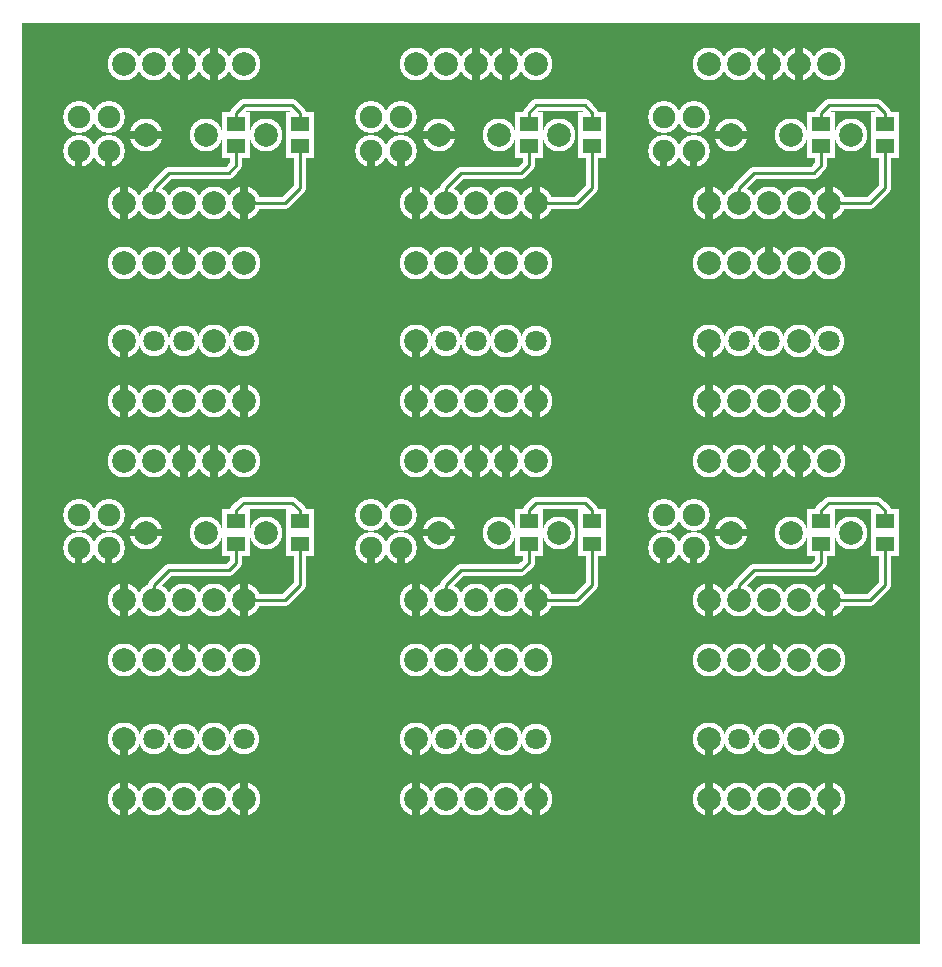
<source format=gbr>
%FSLAX34Y34*%
%MOMM*%
%LNCOPPER_TOP*%
G71*
G01*
%ADD10C, 2.800*%
%ADD11C, 2.600*%
%ADD12C, 2.700*%
%ADD13C, 2.800*%
%ADD14R, 2.400X2.100*%
%ADD15C, 1.050*%
%ADD16C, 0.633*%
%ADD17C, 0.667*%
%ADD18C, 2.000*%
%ADD19C, 1.800*%
%ADD20C, 1.900*%
%ADD21C, 2.000*%
%ADD22R, 1.600X1.300*%
%ADD23C, 0.250*%
%LPD*%
G36*
X0Y-125D02*
X760000Y-125D01*
X760000Y-780125D01*
X0Y-780125D01*
X0Y-125D01*
G37*
%LPC*%
X85725Y-34925D02*
G54D10*
D03*
X111125Y-34925D02*
G54D10*
D03*
X136525Y-34925D02*
G54D10*
D03*
X161925Y-34925D02*
G54D10*
D03*
X187325Y-34925D02*
G54D10*
D03*
X85725Y-152400D02*
G54D10*
D03*
X111125Y-152400D02*
G54D10*
D03*
X136525Y-152400D02*
G54D10*
D03*
X161925Y-152400D02*
G54D10*
D03*
X187325Y-152400D02*
G54D10*
D03*
X85725Y-203200D02*
G54D10*
D03*
X111125Y-203200D02*
G54D10*
D03*
X136525Y-203200D02*
G54D10*
D03*
X161925Y-203200D02*
G54D10*
D03*
X187325Y-203200D02*
G54D10*
D03*
X85725Y-320675D02*
G54D10*
D03*
X111125Y-320675D02*
G54D10*
D03*
X136525Y-320675D02*
G54D10*
D03*
X161925Y-320675D02*
G54D10*
D03*
X187325Y-320675D02*
G54D10*
D03*
X85725Y-269875D02*
G54D11*
D03*
X111125Y-269875D02*
G54D11*
D03*
X136525Y-269875D02*
G54D11*
D03*
X161925Y-269875D02*
G54D11*
D03*
X187325Y-269875D02*
G54D11*
D03*
X47620Y-80030D02*
G54D12*
D03*
X73020Y-80030D02*
G54D12*
D03*
X73019Y-108605D02*
G54D12*
D03*
X47620Y-108605D02*
G54D12*
D03*
X104775Y-95250D02*
G54D13*
D03*
X155575Y-95250D02*
G54D13*
D03*
X206375Y-95250D02*
G54D13*
D03*
X136525Y-34925D02*
G54D10*
D03*
X85725Y-269875D02*
G54D13*
D03*
X136525Y-203200D02*
G54D13*
D03*
X161925Y-269875D02*
G54D13*
D03*
X161925Y-34925D02*
G54D10*
D03*
X180950Y-85750D02*
G54D14*
D03*
X180950Y-104750D02*
G54D14*
D03*
X234925Y-85750D02*
G54D14*
D03*
X234925Y-104750D02*
G54D14*
D03*
G54D15*
X111125Y-152400D02*
X111125Y-139700D01*
X123825Y-127000D01*
X174625Y-127000D01*
X180975Y-120650D01*
X180975Y-104775D01*
X180950Y-104750D01*
G54D15*
X180950Y-85750D02*
X180950Y-76225D01*
X187325Y-69850D01*
X228600Y-69850D01*
X234950Y-76200D01*
X234950Y-85725D01*
X234925Y-85750D01*
X85725Y-320675D02*
G54D10*
D03*
X187325Y-320675D02*
G54D10*
D03*
X187325Y-152400D02*
G54D10*
D03*
X85725Y-152400D02*
G54D10*
D03*
G54D15*
X187325Y-152400D02*
X222250Y-152400D01*
X234950Y-139700D01*
X234950Y-104775D01*
X234925Y-104750D01*
X333375Y-34925D02*
G54D10*
D03*
X358775Y-34925D02*
G54D10*
D03*
X384175Y-34925D02*
G54D10*
D03*
X409575Y-34925D02*
G54D10*
D03*
X434975Y-34925D02*
G54D10*
D03*
X333375Y-152400D02*
G54D10*
D03*
X358775Y-152400D02*
G54D10*
D03*
X384175Y-152400D02*
G54D10*
D03*
X409575Y-152400D02*
G54D10*
D03*
X434975Y-152400D02*
G54D10*
D03*
X333375Y-203200D02*
G54D10*
D03*
X358775Y-203200D02*
G54D10*
D03*
X384175Y-203200D02*
G54D10*
D03*
X409575Y-203200D02*
G54D10*
D03*
X434975Y-203200D02*
G54D10*
D03*
X333375Y-320675D02*
G54D10*
D03*
X358775Y-320675D02*
G54D10*
D03*
X384175Y-320675D02*
G54D10*
D03*
X409575Y-320675D02*
G54D10*
D03*
X434975Y-320675D02*
G54D10*
D03*
X333375Y-269875D02*
G54D11*
D03*
X358775Y-269875D02*
G54D11*
D03*
X384175Y-269875D02*
G54D11*
D03*
X409575Y-269875D02*
G54D11*
D03*
X434975Y-269875D02*
G54D11*
D03*
X295270Y-80030D02*
G54D12*
D03*
X320670Y-80030D02*
G54D12*
D03*
X320669Y-108605D02*
G54D12*
D03*
X295270Y-108605D02*
G54D12*
D03*
X352425Y-95250D02*
G54D13*
D03*
X403225Y-95250D02*
G54D13*
D03*
X454025Y-95250D02*
G54D13*
D03*
X384175Y-34925D02*
G54D10*
D03*
X333375Y-269875D02*
G54D13*
D03*
X384175Y-203200D02*
G54D13*
D03*
X409575Y-269875D02*
G54D13*
D03*
X409575Y-34925D02*
G54D10*
D03*
X428600Y-85750D02*
G54D14*
D03*
X428600Y-104750D02*
G54D14*
D03*
X482575Y-85750D02*
G54D14*
D03*
X482575Y-104750D02*
G54D14*
D03*
G54D15*
X358775Y-152400D02*
X358775Y-139700D01*
X371475Y-127000D01*
X422275Y-127000D01*
X428625Y-120650D01*
X428625Y-104775D01*
X428600Y-104750D01*
G54D15*
X428600Y-85750D02*
X428600Y-76225D01*
X434975Y-69850D01*
X476250Y-69850D01*
X482600Y-76200D01*
X482600Y-85725D01*
X482575Y-85750D01*
X333375Y-320675D02*
G54D10*
D03*
X434975Y-320675D02*
G54D10*
D03*
X434975Y-152400D02*
G54D10*
D03*
X333375Y-152400D02*
G54D10*
D03*
G54D15*
X434975Y-152400D02*
X469900Y-152400D01*
X482600Y-139700D01*
X482600Y-104775D01*
X482575Y-104750D01*
X581025Y-34925D02*
G54D10*
D03*
X606425Y-34925D02*
G54D10*
D03*
X631825Y-34925D02*
G54D10*
D03*
X657225Y-34925D02*
G54D10*
D03*
X682625Y-34925D02*
G54D10*
D03*
X581025Y-152400D02*
G54D10*
D03*
X606425Y-152400D02*
G54D10*
D03*
X631825Y-152400D02*
G54D10*
D03*
X657225Y-152400D02*
G54D10*
D03*
X682625Y-152400D02*
G54D10*
D03*
X581025Y-203200D02*
G54D10*
D03*
X606425Y-203200D02*
G54D10*
D03*
X631825Y-203200D02*
G54D10*
D03*
X657225Y-203200D02*
G54D10*
D03*
X682625Y-203200D02*
G54D10*
D03*
X581025Y-320675D02*
G54D10*
D03*
X606425Y-320675D02*
G54D10*
D03*
X631825Y-320675D02*
G54D10*
D03*
X657225Y-320675D02*
G54D10*
D03*
X682625Y-320675D02*
G54D10*
D03*
X581025Y-269875D02*
G54D11*
D03*
X606425Y-269875D02*
G54D11*
D03*
X631825Y-269875D02*
G54D11*
D03*
X657225Y-269875D02*
G54D11*
D03*
X682625Y-269875D02*
G54D11*
D03*
X542920Y-80030D02*
G54D12*
D03*
X568320Y-80030D02*
G54D12*
D03*
X568319Y-108605D02*
G54D12*
D03*
X542920Y-108605D02*
G54D12*
D03*
X600075Y-95250D02*
G54D13*
D03*
X650875Y-95250D02*
G54D13*
D03*
X701675Y-95250D02*
G54D13*
D03*
X631825Y-34925D02*
G54D10*
D03*
X581025Y-269875D02*
G54D13*
D03*
X631825Y-203200D02*
G54D13*
D03*
X657225Y-269875D02*
G54D13*
D03*
X657225Y-34925D02*
G54D10*
D03*
X676250Y-85750D02*
G54D14*
D03*
X676250Y-104750D02*
G54D14*
D03*
X730225Y-85750D02*
G54D14*
D03*
X730225Y-104750D02*
G54D14*
D03*
G54D15*
X606425Y-152400D02*
X606425Y-139700D01*
X619125Y-127000D01*
X669925Y-127000D01*
X676275Y-120650D01*
X676275Y-104775D01*
X676250Y-104750D01*
G54D15*
X676250Y-85750D02*
X676250Y-76225D01*
X682625Y-69850D01*
X723900Y-69850D01*
X730250Y-76200D01*
X730250Y-85725D01*
X730225Y-85750D01*
X581025Y-320675D02*
G54D10*
D03*
X682625Y-320675D02*
G54D10*
D03*
X682625Y-152400D02*
G54D10*
D03*
X581025Y-152400D02*
G54D10*
D03*
G54D15*
X682625Y-152400D02*
X717550Y-152400D01*
X730250Y-139700D01*
X730250Y-104775D01*
X730225Y-104750D01*
X85725Y-371475D02*
G54D10*
D03*
X111125Y-371475D02*
G54D10*
D03*
X136525Y-371475D02*
G54D10*
D03*
X161925Y-371475D02*
G54D10*
D03*
X187325Y-371475D02*
G54D10*
D03*
X85725Y-488950D02*
G54D10*
D03*
X111125Y-488950D02*
G54D10*
D03*
X136525Y-488950D02*
G54D10*
D03*
X161925Y-488950D02*
G54D10*
D03*
X187325Y-488950D02*
G54D10*
D03*
X85725Y-539750D02*
G54D10*
D03*
X111125Y-539750D02*
G54D10*
D03*
X136525Y-539750D02*
G54D10*
D03*
X161925Y-539750D02*
G54D10*
D03*
X187325Y-539750D02*
G54D10*
D03*
X85725Y-657225D02*
G54D10*
D03*
X111125Y-657225D02*
G54D10*
D03*
X136525Y-657225D02*
G54D10*
D03*
X161925Y-657225D02*
G54D10*
D03*
X187325Y-657225D02*
G54D10*
D03*
X85725Y-606425D02*
G54D11*
D03*
X111125Y-606425D02*
G54D11*
D03*
X136525Y-606425D02*
G54D11*
D03*
X161925Y-606425D02*
G54D11*
D03*
X187325Y-606425D02*
G54D11*
D03*
X47620Y-416580D02*
G54D12*
D03*
X73020Y-416580D02*
G54D12*
D03*
X73019Y-445155D02*
G54D12*
D03*
X47620Y-445155D02*
G54D12*
D03*
X104775Y-431800D02*
G54D13*
D03*
X155575Y-431800D02*
G54D13*
D03*
X206375Y-431800D02*
G54D13*
D03*
X136525Y-371475D02*
G54D10*
D03*
X85725Y-606425D02*
G54D13*
D03*
X136525Y-539750D02*
G54D13*
D03*
X161925Y-606425D02*
G54D13*
D03*
X161925Y-371475D02*
G54D10*
D03*
X180950Y-422300D02*
G54D14*
D03*
X180950Y-441300D02*
G54D14*
D03*
X234925Y-422300D02*
G54D14*
D03*
X234925Y-441300D02*
G54D14*
D03*
G54D15*
X111125Y-488950D02*
X111125Y-476250D01*
X123825Y-463550D01*
X174625Y-463550D01*
X180975Y-457200D01*
X180975Y-441325D01*
X180950Y-441300D01*
G54D15*
X180950Y-422300D02*
X180950Y-412775D01*
X187325Y-406400D01*
X228600Y-406400D01*
X234950Y-412750D01*
X234950Y-422275D01*
X234925Y-422300D01*
X85725Y-657225D02*
G54D10*
D03*
X187325Y-657225D02*
G54D10*
D03*
X187325Y-488950D02*
G54D10*
D03*
X85725Y-488950D02*
G54D10*
D03*
G54D15*
X187325Y-488950D02*
X222250Y-488950D01*
X234950Y-476250D01*
X234950Y-441325D01*
X234925Y-441300D01*
X333375Y-371475D02*
G54D10*
D03*
X358775Y-371475D02*
G54D10*
D03*
X384175Y-371475D02*
G54D10*
D03*
X409575Y-371475D02*
G54D10*
D03*
X434975Y-371475D02*
G54D10*
D03*
X333375Y-488950D02*
G54D10*
D03*
X358775Y-488950D02*
G54D10*
D03*
X384175Y-488950D02*
G54D10*
D03*
X409575Y-488950D02*
G54D10*
D03*
X434975Y-488950D02*
G54D10*
D03*
X333375Y-539750D02*
G54D10*
D03*
X358775Y-539750D02*
G54D10*
D03*
X384175Y-539750D02*
G54D10*
D03*
X409575Y-539750D02*
G54D10*
D03*
X434975Y-539750D02*
G54D10*
D03*
X333375Y-657225D02*
G54D10*
D03*
X358775Y-657225D02*
G54D10*
D03*
X384175Y-657225D02*
G54D10*
D03*
X409575Y-657225D02*
G54D10*
D03*
X434975Y-657225D02*
G54D10*
D03*
X333375Y-606425D02*
G54D11*
D03*
X358775Y-606425D02*
G54D11*
D03*
X384175Y-606425D02*
G54D11*
D03*
X409575Y-606425D02*
G54D11*
D03*
X434975Y-606425D02*
G54D11*
D03*
X295270Y-416580D02*
G54D12*
D03*
X320670Y-416580D02*
G54D12*
D03*
X320669Y-445155D02*
G54D12*
D03*
X295270Y-445155D02*
G54D12*
D03*
X352425Y-431800D02*
G54D13*
D03*
X403225Y-431800D02*
G54D13*
D03*
X454025Y-431800D02*
G54D13*
D03*
X384175Y-371475D02*
G54D10*
D03*
X333375Y-606425D02*
G54D13*
D03*
X384175Y-539750D02*
G54D13*
D03*
X409575Y-606425D02*
G54D13*
D03*
X409575Y-371475D02*
G54D10*
D03*
X428600Y-422300D02*
G54D14*
D03*
X428600Y-441300D02*
G54D14*
D03*
X482575Y-422300D02*
G54D14*
D03*
X482575Y-441300D02*
G54D14*
D03*
G54D15*
X358775Y-488950D02*
X358775Y-476250D01*
X371475Y-463550D01*
X422275Y-463550D01*
X428625Y-457200D01*
X428625Y-441325D01*
X428600Y-441300D01*
G54D15*
X428600Y-422300D02*
X428600Y-412775D01*
X434975Y-406400D01*
X476250Y-406400D01*
X482600Y-412750D01*
X482600Y-422275D01*
X482575Y-422300D01*
X333375Y-657225D02*
G54D10*
D03*
X434975Y-657225D02*
G54D10*
D03*
X434975Y-488950D02*
G54D10*
D03*
X333375Y-488950D02*
G54D10*
D03*
G54D15*
X434975Y-488950D02*
X469900Y-488950D01*
X482600Y-476250D01*
X482600Y-441325D01*
X482575Y-441300D01*
X581025Y-371475D02*
G54D10*
D03*
X606425Y-371475D02*
G54D10*
D03*
X631825Y-371475D02*
G54D10*
D03*
X657225Y-371475D02*
G54D10*
D03*
X682625Y-371475D02*
G54D10*
D03*
X581025Y-488950D02*
G54D10*
D03*
X606425Y-488950D02*
G54D10*
D03*
X631825Y-488950D02*
G54D10*
D03*
X657225Y-488950D02*
G54D10*
D03*
X682625Y-488950D02*
G54D10*
D03*
X581025Y-539750D02*
G54D10*
D03*
X606425Y-539750D02*
G54D10*
D03*
X631825Y-539750D02*
G54D10*
D03*
X657225Y-539750D02*
G54D10*
D03*
X682625Y-539750D02*
G54D10*
D03*
X581025Y-657225D02*
G54D10*
D03*
X606425Y-657225D02*
G54D10*
D03*
X631825Y-657225D02*
G54D10*
D03*
X657225Y-657225D02*
G54D10*
D03*
X682625Y-657225D02*
G54D10*
D03*
X581025Y-606425D02*
G54D11*
D03*
X606425Y-606425D02*
G54D11*
D03*
X631825Y-606425D02*
G54D11*
D03*
X657225Y-606425D02*
G54D11*
D03*
X682625Y-606425D02*
G54D11*
D03*
X542920Y-416580D02*
G54D12*
D03*
X568320Y-416580D02*
G54D12*
D03*
X568319Y-445155D02*
G54D12*
D03*
X542920Y-445155D02*
G54D12*
D03*
X600075Y-431800D02*
G54D13*
D03*
X650875Y-431800D02*
G54D13*
D03*
X701675Y-431800D02*
G54D13*
D03*
X631825Y-371475D02*
G54D10*
D03*
X581025Y-606425D02*
G54D13*
D03*
X631825Y-539750D02*
G54D13*
D03*
X657225Y-606425D02*
G54D13*
D03*
X657225Y-371475D02*
G54D10*
D03*
X676250Y-422300D02*
G54D14*
D03*
X676250Y-441300D02*
G54D14*
D03*
X730225Y-422300D02*
G54D14*
D03*
X730225Y-441300D02*
G54D14*
D03*
G54D15*
X606425Y-488950D02*
X606425Y-476250D01*
X619125Y-463550D01*
X669925Y-463550D01*
X676275Y-457200D01*
X676275Y-441325D01*
X676250Y-441300D01*
G54D15*
X676250Y-422300D02*
X676250Y-412775D01*
X682625Y-406400D01*
X723900Y-406400D01*
X730250Y-412750D01*
X730250Y-422275D01*
X730225Y-422300D01*
X581025Y-657225D02*
G54D10*
D03*
X682625Y-657225D02*
G54D10*
D03*
X682625Y-488950D02*
G54D10*
D03*
X581025Y-488950D02*
G54D10*
D03*
G54D15*
X682625Y-488950D02*
X717550Y-488950D01*
X730250Y-476250D01*
X730250Y-441325D01*
X730225Y-441300D01*
%LPD*%
G54D16*
G36*
X76186Y-108605D02*
X76186Y-122605D01*
X69852Y-122605D01*
X69852Y-108605D01*
X76186Y-108605D01*
G37*
G54D16*
G36*
X50787Y-108605D02*
X50787Y-122605D01*
X44453Y-122605D01*
X44453Y-108605D01*
X50787Y-108605D01*
G37*
G54D17*
G36*
X104775Y-91917D02*
X119275Y-91917D01*
X119275Y-98583D01*
X104775Y-98583D01*
X104775Y-91917D01*
G37*
G36*
X104775Y-98583D02*
X90275Y-98583D01*
X90275Y-91917D01*
X104775Y-91917D01*
X104775Y-98583D01*
G37*
G54D17*
G36*
X133192Y-34925D02*
X133192Y-20425D01*
X139858Y-20425D01*
X139858Y-34925D01*
X133192Y-34925D01*
G37*
G36*
X139858Y-34925D02*
X139858Y-49425D01*
X133192Y-49425D01*
X133192Y-34925D01*
X139858Y-34925D01*
G37*
G54D17*
G36*
X89058Y-269875D02*
X89058Y-284375D01*
X82392Y-284375D01*
X82392Y-269875D01*
X89058Y-269875D01*
G37*
G54D17*
G36*
X133192Y-203200D02*
X133192Y-188700D01*
X139858Y-188700D01*
X139858Y-203200D01*
X133192Y-203200D01*
G37*
G54D17*
G36*
X158592Y-34925D02*
X158592Y-20425D01*
X165258Y-20425D01*
X165258Y-34925D01*
X158592Y-34925D01*
G37*
G36*
X165258Y-34925D02*
X165258Y-49425D01*
X158592Y-49425D01*
X158592Y-34925D01*
X165258Y-34925D01*
G37*
G54D17*
G36*
X82392Y-320675D02*
X82392Y-306175D01*
X89058Y-306175D01*
X89058Y-320675D01*
X82392Y-320675D01*
G37*
G36*
X89058Y-320675D02*
X89058Y-335175D01*
X82392Y-335175D01*
X82392Y-320675D01*
X89058Y-320675D01*
G37*
G54D17*
G36*
X183992Y-320675D02*
X183992Y-306175D01*
X190658Y-306175D01*
X190658Y-320675D01*
X183992Y-320675D01*
G37*
G36*
X190658Y-320675D02*
X190658Y-335175D01*
X183992Y-335175D01*
X183992Y-320675D01*
X190658Y-320675D01*
G37*
G54D17*
G36*
X183992Y-152400D02*
X183992Y-137900D01*
X190658Y-137900D01*
X190658Y-152400D01*
X183992Y-152400D01*
G37*
G36*
X190658Y-152400D02*
X190658Y-166900D01*
X183992Y-166900D01*
X183992Y-152400D01*
X190658Y-152400D01*
G37*
G54D17*
G36*
X82392Y-152400D02*
X82392Y-137900D01*
X89058Y-137900D01*
X89058Y-152400D01*
X82392Y-152400D01*
G37*
G36*
X89058Y-152400D02*
X89058Y-166900D01*
X82392Y-166900D01*
X82392Y-152400D01*
X89058Y-152400D01*
G37*
G54D16*
G36*
X323836Y-108605D02*
X323836Y-122605D01*
X317502Y-122605D01*
X317502Y-108605D01*
X323836Y-108605D01*
G37*
G54D16*
G36*
X298437Y-108605D02*
X298437Y-122605D01*
X292103Y-122605D01*
X292103Y-108605D01*
X298437Y-108605D01*
G37*
G54D17*
G36*
X352425Y-91917D02*
X366925Y-91917D01*
X366925Y-98583D01*
X352425Y-98583D01*
X352425Y-91917D01*
G37*
G36*
X352425Y-98583D02*
X337925Y-98583D01*
X337925Y-91917D01*
X352425Y-91917D01*
X352425Y-98583D01*
G37*
G54D17*
G36*
X380842Y-34925D02*
X380842Y-20425D01*
X387508Y-20425D01*
X387508Y-34925D01*
X380842Y-34925D01*
G37*
G36*
X387508Y-34925D02*
X387508Y-49425D01*
X380842Y-49425D01*
X380842Y-34925D01*
X387508Y-34925D01*
G37*
G54D17*
G36*
X336708Y-269875D02*
X336708Y-284375D01*
X330042Y-284375D01*
X330042Y-269875D01*
X336708Y-269875D01*
G37*
G54D17*
G36*
X380842Y-203200D02*
X380842Y-188700D01*
X387508Y-188700D01*
X387508Y-203200D01*
X380842Y-203200D01*
G37*
G54D17*
G36*
X406242Y-34925D02*
X406242Y-20425D01*
X412908Y-20425D01*
X412908Y-34925D01*
X406242Y-34925D01*
G37*
G36*
X412908Y-34925D02*
X412908Y-49425D01*
X406242Y-49425D01*
X406242Y-34925D01*
X412908Y-34925D01*
G37*
G54D17*
G36*
X330042Y-320675D02*
X330042Y-306175D01*
X336708Y-306175D01*
X336708Y-320675D01*
X330042Y-320675D01*
G37*
G36*
X336708Y-320675D02*
X336708Y-335175D01*
X330042Y-335175D01*
X330042Y-320675D01*
X336708Y-320675D01*
G37*
G54D17*
G36*
X431642Y-320675D02*
X431642Y-306175D01*
X438308Y-306175D01*
X438308Y-320675D01*
X431642Y-320675D01*
G37*
G36*
X438308Y-320675D02*
X438308Y-335175D01*
X431642Y-335175D01*
X431642Y-320675D01*
X438308Y-320675D01*
G37*
G54D17*
G36*
X431642Y-152400D02*
X431642Y-137900D01*
X438308Y-137900D01*
X438308Y-152400D01*
X431642Y-152400D01*
G37*
G36*
X438308Y-152400D02*
X438308Y-166900D01*
X431642Y-166900D01*
X431642Y-152400D01*
X438308Y-152400D01*
G37*
G54D17*
G36*
X330042Y-152400D02*
X330042Y-137900D01*
X336708Y-137900D01*
X336708Y-152400D01*
X330042Y-152400D01*
G37*
G36*
X336708Y-152400D02*
X336708Y-166900D01*
X330042Y-166900D01*
X330042Y-152400D01*
X336708Y-152400D01*
G37*
G54D16*
G36*
X571486Y-108605D02*
X571486Y-122605D01*
X565152Y-122605D01*
X565152Y-108605D01*
X571486Y-108605D01*
G37*
G54D16*
G36*
X546087Y-108605D02*
X546087Y-122605D01*
X539753Y-122605D01*
X539753Y-108605D01*
X546087Y-108605D01*
G37*
G54D17*
G36*
X600075Y-91917D02*
X614575Y-91917D01*
X614575Y-98583D01*
X600075Y-98583D01*
X600075Y-91917D01*
G37*
G36*
X600075Y-98583D02*
X585575Y-98583D01*
X585575Y-91917D01*
X600075Y-91917D01*
X600075Y-98583D01*
G37*
G54D17*
G36*
X628492Y-34925D02*
X628492Y-20425D01*
X635158Y-20425D01*
X635158Y-34925D01*
X628492Y-34925D01*
G37*
G36*
X635158Y-34925D02*
X635158Y-49425D01*
X628492Y-49425D01*
X628492Y-34925D01*
X635158Y-34925D01*
G37*
G54D17*
G36*
X584358Y-269875D02*
X584358Y-284375D01*
X577692Y-284375D01*
X577692Y-269875D01*
X584358Y-269875D01*
G37*
G54D17*
G36*
X628492Y-203200D02*
X628492Y-188700D01*
X635158Y-188700D01*
X635158Y-203200D01*
X628492Y-203200D01*
G37*
G54D17*
G36*
X653892Y-34925D02*
X653892Y-20425D01*
X660558Y-20425D01*
X660558Y-34925D01*
X653892Y-34925D01*
G37*
G36*
X660558Y-34925D02*
X660558Y-49425D01*
X653892Y-49425D01*
X653892Y-34925D01*
X660558Y-34925D01*
G37*
G54D17*
G36*
X577692Y-320675D02*
X577692Y-306175D01*
X584358Y-306175D01*
X584358Y-320675D01*
X577692Y-320675D01*
G37*
G36*
X584358Y-320675D02*
X584358Y-335175D01*
X577692Y-335175D01*
X577692Y-320675D01*
X584358Y-320675D01*
G37*
G54D17*
G36*
X679292Y-320675D02*
X679292Y-306175D01*
X685958Y-306175D01*
X685958Y-320675D01*
X679292Y-320675D01*
G37*
G36*
X685958Y-320675D02*
X685958Y-335175D01*
X679292Y-335175D01*
X679292Y-320675D01*
X685958Y-320675D01*
G37*
G54D17*
G36*
X679292Y-152400D02*
X679292Y-137900D01*
X685958Y-137900D01*
X685958Y-152400D01*
X679292Y-152400D01*
G37*
G36*
X685958Y-152400D02*
X685958Y-166900D01*
X679292Y-166900D01*
X679292Y-152400D01*
X685958Y-152400D01*
G37*
G54D17*
G36*
X577692Y-152400D02*
X577692Y-137900D01*
X584358Y-137900D01*
X584358Y-152400D01*
X577692Y-152400D01*
G37*
G36*
X584358Y-152400D02*
X584358Y-166900D01*
X577692Y-166900D01*
X577692Y-152400D01*
X584358Y-152400D01*
G37*
G54D16*
G36*
X76186Y-445155D02*
X76186Y-459155D01*
X69852Y-459155D01*
X69852Y-445155D01*
X76186Y-445155D01*
G37*
G54D16*
G36*
X50787Y-445155D02*
X50787Y-459155D01*
X44453Y-459155D01*
X44453Y-445155D01*
X50787Y-445155D01*
G37*
G54D17*
G36*
X104775Y-428467D02*
X119275Y-428467D01*
X119275Y-435133D01*
X104775Y-435133D01*
X104775Y-428467D01*
G37*
G36*
X104775Y-435133D02*
X90275Y-435133D01*
X90275Y-428467D01*
X104775Y-428467D01*
X104775Y-435133D01*
G37*
G54D17*
G36*
X133192Y-371475D02*
X133192Y-356975D01*
X139858Y-356975D01*
X139858Y-371475D01*
X133192Y-371475D01*
G37*
G36*
X139858Y-371475D02*
X139858Y-385975D01*
X133192Y-385975D01*
X133192Y-371475D01*
X139858Y-371475D01*
G37*
G54D17*
G36*
X89058Y-606425D02*
X89058Y-620925D01*
X82392Y-620925D01*
X82392Y-606425D01*
X89058Y-606425D01*
G37*
G54D17*
G36*
X133192Y-539750D02*
X133192Y-525250D01*
X139858Y-525250D01*
X139858Y-539750D01*
X133192Y-539750D01*
G37*
G54D17*
G36*
X158592Y-371475D02*
X158592Y-356975D01*
X165258Y-356975D01*
X165258Y-371475D01*
X158592Y-371475D01*
G37*
G36*
X165258Y-371475D02*
X165258Y-385975D01*
X158592Y-385975D01*
X158592Y-371475D01*
X165258Y-371475D01*
G37*
G54D17*
G36*
X82392Y-657225D02*
X82392Y-642725D01*
X89058Y-642725D01*
X89058Y-657225D01*
X82392Y-657225D01*
G37*
G36*
X89058Y-657225D02*
X89058Y-671725D01*
X82392Y-671725D01*
X82392Y-657225D01*
X89058Y-657225D01*
G37*
G54D17*
G36*
X183992Y-657225D02*
X183992Y-642725D01*
X190658Y-642725D01*
X190658Y-657225D01*
X183992Y-657225D01*
G37*
G36*
X190658Y-657225D02*
X190658Y-671725D01*
X183992Y-671725D01*
X183992Y-657225D01*
X190658Y-657225D01*
G37*
G54D17*
G36*
X183992Y-488950D02*
X183992Y-474450D01*
X190658Y-474450D01*
X190658Y-488950D01*
X183992Y-488950D01*
G37*
G36*
X190658Y-488950D02*
X190658Y-503450D01*
X183992Y-503450D01*
X183992Y-488950D01*
X190658Y-488950D01*
G37*
G54D17*
G36*
X82392Y-488950D02*
X82392Y-474450D01*
X89058Y-474450D01*
X89058Y-488950D01*
X82392Y-488950D01*
G37*
G36*
X89058Y-488950D02*
X89058Y-503450D01*
X82392Y-503450D01*
X82392Y-488950D01*
X89058Y-488950D01*
G37*
G54D16*
G36*
X323836Y-445155D02*
X323836Y-459155D01*
X317502Y-459155D01*
X317502Y-445155D01*
X323836Y-445155D01*
G37*
G54D16*
G36*
X298437Y-445155D02*
X298437Y-459155D01*
X292103Y-459155D01*
X292103Y-445155D01*
X298437Y-445155D01*
G37*
G54D17*
G36*
X352425Y-428467D02*
X366925Y-428467D01*
X366925Y-435133D01*
X352425Y-435133D01*
X352425Y-428467D01*
G37*
G36*
X352425Y-435133D02*
X337925Y-435133D01*
X337925Y-428467D01*
X352425Y-428467D01*
X352425Y-435133D01*
G37*
G54D17*
G36*
X380842Y-371475D02*
X380842Y-356975D01*
X387508Y-356975D01*
X387508Y-371475D01*
X380842Y-371475D01*
G37*
G36*
X387508Y-371475D02*
X387508Y-385975D01*
X380842Y-385975D01*
X380842Y-371475D01*
X387508Y-371475D01*
G37*
G54D17*
G36*
X336708Y-606425D02*
X336708Y-620925D01*
X330042Y-620925D01*
X330042Y-606425D01*
X336708Y-606425D01*
G37*
G54D17*
G36*
X380842Y-539750D02*
X380842Y-525250D01*
X387508Y-525250D01*
X387508Y-539750D01*
X380842Y-539750D01*
G37*
G54D17*
G36*
X406242Y-371475D02*
X406242Y-356975D01*
X412908Y-356975D01*
X412908Y-371475D01*
X406242Y-371475D01*
G37*
G36*
X412908Y-371475D02*
X412908Y-385975D01*
X406242Y-385975D01*
X406242Y-371475D01*
X412908Y-371475D01*
G37*
G54D17*
G36*
X330042Y-657225D02*
X330042Y-642725D01*
X336708Y-642725D01*
X336708Y-657225D01*
X330042Y-657225D01*
G37*
G36*
X336708Y-657225D02*
X336708Y-671725D01*
X330042Y-671725D01*
X330042Y-657225D01*
X336708Y-657225D01*
G37*
G54D17*
G36*
X431642Y-657225D02*
X431642Y-642725D01*
X438308Y-642725D01*
X438308Y-657225D01*
X431642Y-657225D01*
G37*
G36*
X438308Y-657225D02*
X438308Y-671725D01*
X431642Y-671725D01*
X431642Y-657225D01*
X438308Y-657225D01*
G37*
G54D17*
G36*
X431642Y-488950D02*
X431642Y-474450D01*
X438308Y-474450D01*
X438308Y-488950D01*
X431642Y-488950D01*
G37*
G36*
X438308Y-488950D02*
X438308Y-503450D01*
X431642Y-503450D01*
X431642Y-488950D01*
X438308Y-488950D01*
G37*
G54D17*
G36*
X330042Y-488950D02*
X330042Y-474450D01*
X336708Y-474450D01*
X336708Y-488950D01*
X330042Y-488950D01*
G37*
G36*
X336708Y-488950D02*
X336708Y-503450D01*
X330042Y-503450D01*
X330042Y-488950D01*
X336708Y-488950D01*
G37*
G54D16*
G36*
X571486Y-445155D02*
X571486Y-459155D01*
X565152Y-459155D01*
X565152Y-445155D01*
X571486Y-445155D01*
G37*
G54D16*
G36*
X546087Y-445155D02*
X546087Y-459155D01*
X539753Y-459155D01*
X539753Y-445155D01*
X546087Y-445155D01*
G37*
G54D17*
G36*
X600075Y-428467D02*
X614575Y-428467D01*
X614575Y-435133D01*
X600075Y-435133D01*
X600075Y-428467D01*
G37*
G36*
X600075Y-435133D02*
X585575Y-435133D01*
X585575Y-428467D01*
X600075Y-428467D01*
X600075Y-435133D01*
G37*
G54D17*
G36*
X628492Y-371475D02*
X628492Y-356975D01*
X635158Y-356975D01*
X635158Y-371475D01*
X628492Y-371475D01*
G37*
G36*
X635158Y-371475D02*
X635158Y-385975D01*
X628492Y-385975D01*
X628492Y-371475D01*
X635158Y-371475D01*
G37*
G54D17*
G36*
X584358Y-606425D02*
X584358Y-620925D01*
X577692Y-620925D01*
X577692Y-606425D01*
X584358Y-606425D01*
G37*
G54D17*
G36*
X628492Y-539750D02*
X628492Y-525250D01*
X635158Y-525250D01*
X635158Y-539750D01*
X628492Y-539750D01*
G37*
G54D17*
G36*
X653892Y-371475D02*
X653892Y-356975D01*
X660558Y-356975D01*
X660558Y-371475D01*
X653892Y-371475D01*
G37*
G36*
X660558Y-371475D02*
X660558Y-385975D01*
X653892Y-385975D01*
X653892Y-371475D01*
X660558Y-371475D01*
G37*
G54D17*
G36*
X577692Y-657225D02*
X577692Y-642725D01*
X584358Y-642725D01*
X584358Y-657225D01*
X577692Y-657225D01*
G37*
G36*
X584358Y-657225D02*
X584358Y-671725D01*
X577692Y-671725D01*
X577692Y-657225D01*
X584358Y-657225D01*
G37*
G54D17*
G36*
X679292Y-657225D02*
X679292Y-642725D01*
X685958Y-642725D01*
X685958Y-657225D01*
X679292Y-657225D01*
G37*
G36*
X685958Y-657225D02*
X685958Y-671725D01*
X679292Y-671725D01*
X679292Y-657225D01*
X685958Y-657225D01*
G37*
G54D17*
G36*
X679292Y-488950D02*
X679292Y-474450D01*
X685958Y-474450D01*
X685958Y-488950D01*
X679292Y-488950D01*
G37*
G36*
X685958Y-488950D02*
X685958Y-503450D01*
X679292Y-503450D01*
X679292Y-488950D01*
X685958Y-488950D01*
G37*
G54D17*
G36*
X577692Y-488950D02*
X577692Y-474450D01*
X584358Y-474450D01*
X584358Y-488950D01*
X577692Y-488950D01*
G37*
G36*
X584358Y-488950D02*
X584358Y-503450D01*
X577692Y-503450D01*
X577692Y-488950D01*
X584358Y-488950D01*
G37*
X85725Y-34925D02*
G54D18*
D03*
X111125Y-34925D02*
G54D18*
D03*
X136525Y-34925D02*
G54D18*
D03*
X161925Y-34925D02*
G54D18*
D03*
X187325Y-34925D02*
G54D18*
D03*
X85725Y-152400D02*
G54D18*
D03*
X111125Y-152400D02*
G54D18*
D03*
X136525Y-152400D02*
G54D18*
D03*
X161925Y-152400D02*
G54D18*
D03*
X187325Y-152400D02*
G54D18*
D03*
X85725Y-203200D02*
G54D18*
D03*
X111125Y-203200D02*
G54D18*
D03*
X136525Y-203200D02*
G54D18*
D03*
X161925Y-203200D02*
G54D18*
D03*
X187325Y-203200D02*
G54D18*
D03*
X85725Y-320675D02*
G54D18*
D03*
X111125Y-320675D02*
G54D18*
D03*
X136525Y-320675D02*
G54D18*
D03*
X161925Y-320675D02*
G54D18*
D03*
X187325Y-320675D02*
G54D18*
D03*
X85725Y-269875D02*
G54D19*
D03*
X111125Y-269875D02*
G54D19*
D03*
X136525Y-269875D02*
G54D19*
D03*
X161925Y-269875D02*
G54D19*
D03*
X187325Y-269875D02*
G54D19*
D03*
X47620Y-80030D02*
G54D20*
D03*
X73020Y-80030D02*
G54D20*
D03*
X73019Y-108605D02*
G54D20*
D03*
X47620Y-108605D02*
G54D20*
D03*
X104775Y-95250D02*
G54D21*
D03*
X155575Y-95250D02*
G54D21*
D03*
X206375Y-95250D02*
G54D21*
D03*
X136525Y-34925D02*
G54D18*
D03*
X85725Y-269875D02*
G54D21*
D03*
X136525Y-203200D02*
G54D21*
D03*
X161925Y-269875D02*
G54D21*
D03*
X161925Y-34925D02*
G54D18*
D03*
X180950Y-85750D02*
G54D22*
D03*
X180950Y-104750D02*
G54D22*
D03*
X234925Y-85750D02*
G54D22*
D03*
X234925Y-104750D02*
G54D22*
D03*
G54D23*
X111125Y-152400D02*
X111125Y-139700D01*
X123825Y-127000D01*
X174625Y-127000D01*
X180975Y-120650D01*
X180975Y-104775D01*
X180950Y-104750D01*
G54D23*
X180950Y-85750D02*
X180950Y-76225D01*
X187325Y-69850D01*
X228600Y-69850D01*
X234950Y-76200D01*
X234950Y-85725D01*
X234925Y-85750D01*
X85725Y-320675D02*
G54D18*
D03*
X187325Y-320675D02*
G54D18*
D03*
X187325Y-152400D02*
G54D18*
D03*
X85725Y-152400D02*
G54D18*
D03*
G54D23*
X187325Y-152400D02*
X222250Y-152400D01*
X234950Y-139700D01*
X234950Y-104775D01*
X234925Y-104750D01*
X333375Y-34925D02*
G54D18*
D03*
X358775Y-34925D02*
G54D18*
D03*
X384175Y-34925D02*
G54D18*
D03*
X409575Y-34925D02*
G54D18*
D03*
X434975Y-34925D02*
G54D18*
D03*
X333375Y-152400D02*
G54D18*
D03*
X358775Y-152400D02*
G54D18*
D03*
X384175Y-152400D02*
G54D18*
D03*
X409575Y-152400D02*
G54D18*
D03*
X434975Y-152400D02*
G54D18*
D03*
X333375Y-203200D02*
G54D18*
D03*
X358775Y-203200D02*
G54D18*
D03*
X384175Y-203200D02*
G54D18*
D03*
X409575Y-203200D02*
G54D18*
D03*
X434975Y-203200D02*
G54D18*
D03*
X333375Y-320675D02*
G54D18*
D03*
X358775Y-320675D02*
G54D18*
D03*
X384175Y-320675D02*
G54D18*
D03*
X409575Y-320675D02*
G54D18*
D03*
X434975Y-320675D02*
G54D18*
D03*
X333375Y-269875D02*
G54D19*
D03*
X358775Y-269875D02*
G54D19*
D03*
X384175Y-269875D02*
G54D19*
D03*
X409575Y-269875D02*
G54D19*
D03*
X434975Y-269875D02*
G54D19*
D03*
X295270Y-80030D02*
G54D20*
D03*
X320670Y-80030D02*
G54D20*
D03*
X320669Y-108605D02*
G54D20*
D03*
X295270Y-108605D02*
G54D20*
D03*
X352425Y-95250D02*
G54D21*
D03*
X403225Y-95250D02*
G54D21*
D03*
X454025Y-95250D02*
G54D21*
D03*
X384175Y-34925D02*
G54D18*
D03*
X333375Y-269875D02*
G54D21*
D03*
X384175Y-203200D02*
G54D21*
D03*
X409575Y-269875D02*
G54D21*
D03*
X409575Y-34925D02*
G54D18*
D03*
X428600Y-85750D02*
G54D22*
D03*
X428600Y-104750D02*
G54D22*
D03*
X482575Y-85750D02*
G54D22*
D03*
X482575Y-104750D02*
G54D22*
D03*
G54D23*
X358775Y-152400D02*
X358775Y-139700D01*
X371475Y-127000D01*
X422275Y-127000D01*
X428625Y-120650D01*
X428625Y-104775D01*
X428600Y-104750D01*
G54D23*
X428600Y-85750D02*
X428600Y-76225D01*
X434975Y-69850D01*
X476250Y-69850D01*
X482600Y-76200D01*
X482600Y-85725D01*
X482575Y-85750D01*
X333375Y-320675D02*
G54D18*
D03*
X434975Y-320675D02*
G54D18*
D03*
X434975Y-152400D02*
G54D18*
D03*
X333375Y-152400D02*
G54D18*
D03*
G54D23*
X434975Y-152400D02*
X469900Y-152400D01*
X482600Y-139700D01*
X482600Y-104775D01*
X482575Y-104750D01*
X581025Y-34925D02*
G54D18*
D03*
X606425Y-34925D02*
G54D18*
D03*
X631825Y-34925D02*
G54D18*
D03*
X657225Y-34925D02*
G54D18*
D03*
X682625Y-34925D02*
G54D18*
D03*
X581025Y-152400D02*
G54D18*
D03*
X606425Y-152400D02*
G54D18*
D03*
X631825Y-152400D02*
G54D18*
D03*
X657225Y-152400D02*
G54D18*
D03*
X682625Y-152400D02*
G54D18*
D03*
X581025Y-203200D02*
G54D18*
D03*
X606425Y-203200D02*
G54D18*
D03*
X631825Y-203200D02*
G54D18*
D03*
X657225Y-203200D02*
G54D18*
D03*
X682625Y-203200D02*
G54D18*
D03*
X581025Y-320675D02*
G54D18*
D03*
X606425Y-320675D02*
G54D18*
D03*
X631825Y-320675D02*
G54D18*
D03*
X657225Y-320675D02*
G54D18*
D03*
X682625Y-320675D02*
G54D18*
D03*
X581025Y-269875D02*
G54D19*
D03*
X606425Y-269875D02*
G54D19*
D03*
X631825Y-269875D02*
G54D19*
D03*
X657225Y-269875D02*
G54D19*
D03*
X682625Y-269875D02*
G54D19*
D03*
X542920Y-80030D02*
G54D20*
D03*
X568320Y-80030D02*
G54D20*
D03*
X568319Y-108605D02*
G54D20*
D03*
X542920Y-108605D02*
G54D20*
D03*
X600075Y-95250D02*
G54D21*
D03*
X650875Y-95250D02*
G54D21*
D03*
X701675Y-95250D02*
G54D21*
D03*
X631825Y-34925D02*
G54D18*
D03*
X581025Y-269875D02*
G54D21*
D03*
X631825Y-203200D02*
G54D21*
D03*
X657225Y-269875D02*
G54D21*
D03*
X657225Y-34925D02*
G54D18*
D03*
X676250Y-85750D02*
G54D22*
D03*
X676250Y-104750D02*
G54D22*
D03*
X730225Y-85750D02*
G54D22*
D03*
X730225Y-104750D02*
G54D22*
D03*
G54D23*
X606425Y-152400D02*
X606425Y-139700D01*
X619125Y-127000D01*
X669925Y-127000D01*
X676275Y-120650D01*
X676275Y-104775D01*
X676250Y-104750D01*
G54D23*
X676250Y-85750D02*
X676250Y-76225D01*
X682625Y-69850D01*
X723900Y-69850D01*
X730250Y-76200D01*
X730250Y-85725D01*
X730225Y-85750D01*
X581025Y-320675D02*
G54D18*
D03*
X682625Y-320675D02*
G54D18*
D03*
X682625Y-152400D02*
G54D18*
D03*
X581025Y-152400D02*
G54D18*
D03*
G54D23*
X682625Y-152400D02*
X717550Y-152400D01*
X730250Y-139700D01*
X730250Y-104775D01*
X730225Y-104750D01*
X85725Y-371475D02*
G54D18*
D03*
X111125Y-371475D02*
G54D18*
D03*
X136525Y-371475D02*
G54D18*
D03*
X161925Y-371475D02*
G54D18*
D03*
X187325Y-371475D02*
G54D18*
D03*
X85725Y-488950D02*
G54D18*
D03*
X111125Y-488950D02*
G54D18*
D03*
X136525Y-488950D02*
G54D18*
D03*
X161925Y-488950D02*
G54D18*
D03*
X187325Y-488950D02*
G54D18*
D03*
X85725Y-539750D02*
G54D18*
D03*
X111125Y-539750D02*
G54D18*
D03*
X136525Y-539750D02*
G54D18*
D03*
X161925Y-539750D02*
G54D18*
D03*
X187325Y-539750D02*
G54D18*
D03*
X85725Y-657225D02*
G54D18*
D03*
X111125Y-657225D02*
G54D18*
D03*
X136525Y-657225D02*
G54D18*
D03*
X161925Y-657225D02*
G54D18*
D03*
X187325Y-657225D02*
G54D18*
D03*
X85725Y-606425D02*
G54D19*
D03*
X111125Y-606425D02*
G54D19*
D03*
X136525Y-606425D02*
G54D19*
D03*
X161925Y-606425D02*
G54D19*
D03*
X187325Y-606425D02*
G54D19*
D03*
X47620Y-416580D02*
G54D20*
D03*
X73020Y-416580D02*
G54D20*
D03*
X73019Y-445155D02*
G54D20*
D03*
X47620Y-445155D02*
G54D20*
D03*
X104775Y-431800D02*
G54D21*
D03*
X155575Y-431800D02*
G54D21*
D03*
X206375Y-431800D02*
G54D21*
D03*
X136525Y-371475D02*
G54D18*
D03*
X85725Y-606425D02*
G54D21*
D03*
X136525Y-539750D02*
G54D21*
D03*
X161925Y-606425D02*
G54D21*
D03*
X161925Y-371475D02*
G54D18*
D03*
X180950Y-422300D02*
G54D22*
D03*
X180950Y-441300D02*
G54D22*
D03*
X234925Y-422300D02*
G54D22*
D03*
X234925Y-441300D02*
G54D22*
D03*
G54D23*
X111125Y-488950D02*
X111125Y-476250D01*
X123825Y-463550D01*
X174625Y-463550D01*
X180975Y-457200D01*
X180975Y-441325D01*
X180950Y-441300D01*
G54D23*
X180950Y-422300D02*
X180950Y-412775D01*
X187325Y-406400D01*
X228600Y-406400D01*
X234950Y-412750D01*
X234950Y-422275D01*
X234925Y-422300D01*
X85725Y-657225D02*
G54D18*
D03*
X187325Y-657225D02*
G54D18*
D03*
X187325Y-488950D02*
G54D18*
D03*
X85725Y-488950D02*
G54D18*
D03*
G54D23*
X187325Y-488950D02*
X222250Y-488950D01*
X234950Y-476250D01*
X234950Y-441325D01*
X234925Y-441300D01*
X333375Y-371475D02*
G54D18*
D03*
X358775Y-371475D02*
G54D18*
D03*
X384175Y-371475D02*
G54D18*
D03*
X409575Y-371475D02*
G54D18*
D03*
X434975Y-371475D02*
G54D18*
D03*
X333375Y-488950D02*
G54D18*
D03*
X358775Y-488950D02*
G54D18*
D03*
X384175Y-488950D02*
G54D18*
D03*
X409575Y-488950D02*
G54D18*
D03*
X434975Y-488950D02*
G54D18*
D03*
X333375Y-539750D02*
G54D18*
D03*
X358775Y-539750D02*
G54D18*
D03*
X384175Y-539750D02*
G54D18*
D03*
X409575Y-539750D02*
G54D18*
D03*
X434975Y-539750D02*
G54D18*
D03*
X333375Y-657225D02*
G54D18*
D03*
X358775Y-657225D02*
G54D18*
D03*
X384175Y-657225D02*
G54D18*
D03*
X409575Y-657225D02*
G54D18*
D03*
X434975Y-657225D02*
G54D18*
D03*
X333375Y-606425D02*
G54D19*
D03*
X358775Y-606425D02*
G54D19*
D03*
X384175Y-606425D02*
G54D19*
D03*
X409575Y-606425D02*
G54D19*
D03*
X434975Y-606425D02*
G54D19*
D03*
X295270Y-416580D02*
G54D20*
D03*
X320670Y-416580D02*
G54D20*
D03*
X320669Y-445155D02*
G54D20*
D03*
X295270Y-445155D02*
G54D20*
D03*
X352425Y-431800D02*
G54D21*
D03*
X403225Y-431800D02*
G54D21*
D03*
X454025Y-431800D02*
G54D21*
D03*
X384175Y-371475D02*
G54D18*
D03*
X333375Y-606425D02*
G54D21*
D03*
X384175Y-539750D02*
G54D21*
D03*
X409575Y-606425D02*
G54D21*
D03*
X409575Y-371475D02*
G54D18*
D03*
X428600Y-422300D02*
G54D22*
D03*
X428600Y-441300D02*
G54D22*
D03*
X482575Y-422300D02*
G54D22*
D03*
X482575Y-441300D02*
G54D22*
D03*
G54D23*
X358775Y-488950D02*
X358775Y-476250D01*
X371475Y-463550D01*
X422275Y-463550D01*
X428625Y-457200D01*
X428625Y-441325D01*
X428600Y-441300D01*
G54D23*
X428600Y-422300D02*
X428600Y-412775D01*
X434975Y-406400D01*
X476250Y-406400D01*
X482600Y-412750D01*
X482600Y-422275D01*
X482575Y-422300D01*
X333375Y-657225D02*
G54D18*
D03*
X434975Y-657225D02*
G54D18*
D03*
X434975Y-488950D02*
G54D18*
D03*
X333375Y-488950D02*
G54D18*
D03*
G54D23*
X434975Y-488950D02*
X469900Y-488950D01*
X482600Y-476250D01*
X482600Y-441325D01*
X482575Y-441300D01*
X581025Y-371475D02*
G54D18*
D03*
X606425Y-371475D02*
G54D18*
D03*
X631825Y-371475D02*
G54D18*
D03*
X657225Y-371475D02*
G54D18*
D03*
X682625Y-371475D02*
G54D18*
D03*
X581025Y-488950D02*
G54D18*
D03*
X606425Y-488950D02*
G54D18*
D03*
X631825Y-488950D02*
G54D18*
D03*
X657225Y-488950D02*
G54D18*
D03*
X682625Y-488950D02*
G54D18*
D03*
X581025Y-539750D02*
G54D18*
D03*
X606425Y-539750D02*
G54D18*
D03*
X631825Y-539750D02*
G54D18*
D03*
X657225Y-539750D02*
G54D18*
D03*
X682625Y-539750D02*
G54D18*
D03*
X581025Y-657225D02*
G54D18*
D03*
X606425Y-657225D02*
G54D18*
D03*
X631825Y-657225D02*
G54D18*
D03*
X657225Y-657225D02*
G54D18*
D03*
X682625Y-657225D02*
G54D18*
D03*
X581025Y-606425D02*
G54D19*
D03*
X606425Y-606425D02*
G54D19*
D03*
X631825Y-606425D02*
G54D19*
D03*
X657225Y-606425D02*
G54D19*
D03*
X682625Y-606425D02*
G54D19*
D03*
X542920Y-416580D02*
G54D20*
D03*
X568320Y-416580D02*
G54D20*
D03*
X568319Y-445155D02*
G54D20*
D03*
X542920Y-445155D02*
G54D20*
D03*
X600075Y-431800D02*
G54D21*
D03*
X650875Y-431800D02*
G54D21*
D03*
X701675Y-431800D02*
G54D21*
D03*
X631825Y-371475D02*
G54D18*
D03*
X581025Y-606425D02*
G54D21*
D03*
X631825Y-539750D02*
G54D21*
D03*
X657225Y-606425D02*
G54D21*
D03*
X657225Y-371475D02*
G54D18*
D03*
X676250Y-422300D02*
G54D22*
D03*
X676250Y-441300D02*
G54D22*
D03*
X730225Y-422300D02*
G54D22*
D03*
X730225Y-441300D02*
G54D22*
D03*
G54D23*
X606425Y-488950D02*
X606425Y-476250D01*
X619125Y-463550D01*
X669925Y-463550D01*
X676275Y-457200D01*
X676275Y-441325D01*
X676250Y-441300D01*
G54D23*
X676250Y-422300D02*
X676250Y-412775D01*
X682625Y-406400D01*
X723900Y-406400D01*
X730250Y-412750D01*
X730250Y-422275D01*
X730225Y-422300D01*
X581025Y-657225D02*
G54D18*
D03*
X682625Y-657225D02*
G54D18*
D03*
X682625Y-488950D02*
G54D18*
D03*
X581025Y-488950D02*
G54D18*
D03*
G54D23*
X682625Y-488950D02*
X717550Y-488950D01*
X730250Y-476250D01*
X730250Y-441325D01*
X730225Y-441300D01*
M02*

</source>
